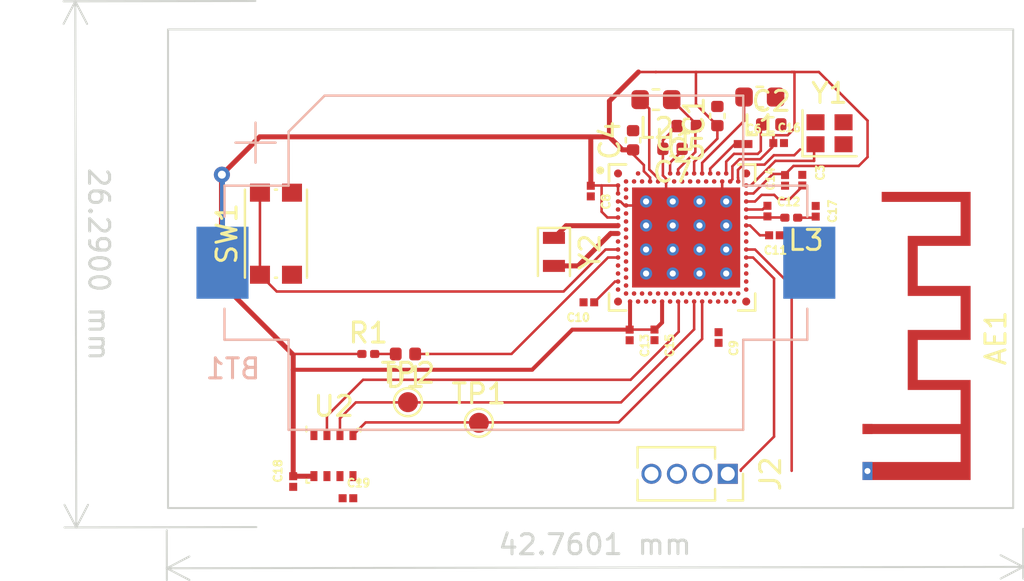
<source format=kicad_pcb>
(kicad_pcb (version 20221018) (generator pcbnew)
  (layers (0 "F.Cu" signal) (31 "B.Cu" power) (34 "B.Paste" user) (35 "F.Paste" user) (36 "B.SilkS" user "B.Silkscreen") (37 "F.SilkS" user "F.Silkscreen") (38 "B.Mask" user) (39 "F.Mask" user) (44 "Edge.Cuts" user))
  (net 0 "")
  (net 1 "VDD")
  (net 2 "GND")
  (net 3 "Net-(U1A-DECR)")
  (net 4 "Net-(U1A-DECD)")
  (net 5 "Net-(U1A-DECN)")
  (net 6 "Net-(U1A-DECA)")
  (net 7 "Net-(U1B-ANT)")
  (net 8 "Net-(AE1-A)")
  (net 9 "/P0.24")
  (net 10 "Net-(D1-A)")
  (net 11 "/SWDCLK")
  (net 12 "/SWDIO")
  (net 13 "Net-(U1A-DCC)")
  (net 14 "Net-(U1A-DCCD)")
  (net 15 "/P0.23")
  (net 16 "/CSB")
  (net 17 "/SDI_SDA")
  (net 18 "/SCK_SCL")
  (net 19 "/SDO")
  (net 20 "Net-(U1B-XC1)")
  (net 21 "Net-(U1B-XC2)")
  (net 22 "Net-(U1C-P0.00{slash}XL1)")
  (net 23 "Net-(U1C-P0.01{slash}XL2)")
  (net 47 "/P0.03")
  (net 75 "/P0.02")
  (footprint "NRF5340-QKAA-R7:XCVR_NRF5340-QKAA-R7" (layer "F.Cu") (at 116.13 90.74)
    (fp_text reference "U1" (at -0.375 -4.864) (layer "F.SilkS"))
    (fp_text value "NRF5340-QKAA-R7")
    (fp_line (start -3.65 -3.65) (end -3.65 -2.8) (stroke (width 0.127)) (layer "F.SilkS"))
    (fp_line (start -3.65 -3.65) (end -3.65 -2.8) (stroke (width 0.127)) (layer "F.SilkS"))
    (fp_line (start -3.65 2.8) (end -3.65 3.65) (stroke (width 0.127)) (layer "F.SilkS"))
    (fp_line (start -3.65 3.65) (end -2.8 3.65) (stroke (width 0.127)) (layer "F.SilkS"))
    (fp_line (start -2.8 -3.65) (end -3.65 -3.65) (stroke (width 0.127)) (layer "F.SilkS"))
    (fp_line (start -2.8 -3.65) (end -3.65 -3.65) (stroke (width 0.127)) (layer "F.SilkS"))
    (fp_line (start 2.8 3.65) (end 3.65 3.65) (stroke (width 0.127)) (layer "F.SilkS"))
    (fp_line (start 3.65 -3.65) (end 2.8 -3.65) (stroke (width 0.127)) (layer "F.SilkS"))
    (fp_line (start 3.65 -2.8) (end 3.65 -3.65) (stroke (width 0.127)) (layer "F.SilkS"))
    (fp_line (start 3.65 3.65) (end 3.65 2.8) (stroke (width 0.127)) (layer "F.SilkS"))
    (fp_circle (center -4.0894 -3.3528) (end -3.9894 -3.3528) (stroke (width 0.2)) (fill none) (layer "F.SilkS"))
    (pad "35" thru_hole circle (at -1.8 1.8) (size 0.61 0.61) (drill 0.305) (layers "*.Cu" "*.Mask") (net 2 "GND"))
    (pad "36" thru_hole circle (at -0.467 1.8) (size 0.61 0.61) (drill 0.305) (layers "*.Cu" "*.Mask") (net 2 "GND"))
    (pad "37" thru_hole circle (at 0.867 1.8) (size 0.61 0.61) (drill 0.305) (layers "*.Cu" "*.Mask") (net 2 "GND"))
    (pad "38" thru_hole circle (at 2.2 1.8) (size 0.61 0.61) (drill 0.305) (layers "*.Cu" "*.Mask") (net 2 "GND"))
    (pad "39" thru_hole circle (at -1.8 0.6) (size 0.61 0.61) (drill 0.305) (layers "*.Cu" "*.Mask") (net 2 "GND"))
    (pad "40" thru_hole circle (at -0.467 0.6) (size 0.61 0.61) (drill 0.305) (layers "*.Cu" "*.Mask") (net 2 "GND"))
    (pad "41" thru_hole circle (at 0.867 0.6) (size 0.61 0.61) (drill 0.305) (layers "*.Cu" "*.Mask") (net 2 "GND"))
    (pad "43" thru_hole circle (at 2.2 0.6) (size 0.61 0.61) (drill 0.305) (layers "*.Cu" "*.Mask") (net 2 "GND"))
    (pad "44" thru_hole circle (at -1.8 -0.6) (size 0.61 0.61) (drill 0.305) (layers "*.Cu" "*.Mask") (net 2 "GND"))
    (pad "45" thru_hole circle (at -0.467 -0.6) (size 0.61 0.61) (drill 0.305) (layers "*.Cu" "*.Mask") (net 2 "GND"))
    (pad "46" thru_hole circle (at 0.867 -0.6) (size 0.61 0.61) (drill 0.305) (layers "*.Cu" "*.Mask") (net 2 "GND"))
    (pad "47" thru_hole circle (at 2.2 -0.6) (size 0.61 0.61) (drill 0.305) (layers "*.Cu" "*.Mask") (net 2 "GND"))
    (pad "48" thru_hole circle (at -1.8 -1.8) (size 0.61 0.61) (drill 0.305) (layers "*.Cu" "*.Mask") (net 2 "GND"))
    (pad "49" thru_hole circle (at -0.467 -1.8) (size 0.61 0.61) (drill 0.305) (layers "*.Cu" "*.Mask") (net 2 "GND"))
    (pad "50" thru_hole circle (at 0.867 -1.8) (size 0.61 0.61) (drill 0.305) (layers "*.Cu" "*.Mask") (net 2 "GND"))
    (pad "51" thru_hole circle (at 2.2 -1.8) (size 0.61 0.61) (drill 0.305) (layers "*.Cu" "*.Mask") (net 2 "GND"))
    (pad "104" smd rect (at 0.2 0) (size 5.4 5) (layers "F.Cu" "F.Mask") (net 2 "GND"))
    (pad "A1" smd circle (at -3.2 -3.2) (size 0.4 0.4) (layers "F.Cu" "F.Mask"))
    (pad "A5" smd circle (at -2.2 -3.2) (size 0.225 0.225) (layers "F.Cu" "F.Mask") (net 2 "GND"))
    (pad "A13" smd circle (at -0.6 -3.2) (size 0.225 0.225) (layers "F.Cu" "F.Mask") (net 6 "Net-(U1A-DECA)"))
    (pad "A15" smd circle (at -0.2 -3.2) (size 0.225 0.225) (layers "F.Cu" "F.Mask") (net 4 "Net-(U1A-DECD)"))
    (pad "A17" smd circle (at 0.2 -3.2) (size 0.225 0.225) (layers "F.Cu" "F.Mask"))
    (pad "A19" smd circle (at 0.6 -3.2) (size 0.225 0.225) (layers "F.Cu" "F.Mask") (net 1 "VDD"))
    (pad "A21" smd circle (at 1 -3.2) (size 0.225 0.225) (layers "F.Cu" "F.Mask") (net 13 "Net-(U1A-DCC)"))
    (pad "A23" smd circle (at 1.4 -3.2) (size 0.225 0.225) (layers "F.Cu" "F.Mask") (net 5 "Net-(U1A-DECN)"))
    (pad "A25" smd circle (at 1.8 -3.2) (size 0.225 0.225) (layers "F.Cu" "F.Mask") (net 2 "GND"))
    (pad "A27" smd circle (at 2.2 -3.2) (size 0.225 0.225) (layers "F.Cu" "F.Mask") (net 3 "Net-(U1A-DECR)"))
    (pad "A31" smd circle (at 3.2 -3.2) (size 0.4 0.4) (layers "F.Cu" "F.Mask"))
    (pad "AA1" smd circle (at -3.2 1) (size 0.225 0.225) (layers "F.Cu" "F.Mask") (net 47 "/P0.03"))
    (pad "AA31" smd circle (at 3.2 1) (size 0.225 0.225) (layers "F.Cu" "F.Mask") (net 12 "/SWDIO"))
    (pad "AB2" smd circle (at -2.8 1.2) (size 0.225 0.225) (layers "F.Cu" "F.Mask"))
    (pad "AC1" smd circle (at -3.2 1.4) (size 0.225 0.225) (layers "F.Cu" "F.Mask") (net 1 "VDD"))
    (pad "AC31" smd circle (at 3.2 1.4) (size 0.225 0.225) (layers "F.Cu" "F.Mask"))
    (pad "AD2" smd circle (at -2.8 1.6) (size 0.225 0.225) (layers "F.Cu" "F.Mask"))
    (pad "AE1" smd circle (at -3.2 1.8) (size 0.225 0.225) (layers "F.Cu" "F.Mask"))
    (pad "AE31" smd circle (at 3.2 1.8) (size 0.225 0.225) (layers "F.Cu" "F.Mask"))
    (pad "AF2" smd circle (at -2.8 2) (size 0.225 0.225) (layers "F.Cu" "F.Mask"))
    (pad "AG1" smd circle (at -3.2 2.2) (size 0.225 0.225) (layers "F.Cu" "F.Mask") (net 1 "VDD"))
    (pad "AG31" smd circle (at 3.2 2.2) (size 0.225 0.225) (layers "F.Cu" "F.Mask"))
    (pad "AH2" smd circle (at -2.8 2.4) (size 0.225 0.225) (layers "F.Cu" "F.Mask"))
    (pad "AJ1" smd circle (at -3.2 2.6) (size 0.225 0.225) (layers "F.Cu" "F.Mask"))
    (pad "AJ31" smd circle (at 3.2 2.6) (size 0.225 0.225) (layers "F.Cu" "F.Mask") (net 1 "VDD"))
    (pad "AK2" smd circle (at -2.8 2.8) (size 0.225 0.225) (layers "F.Cu" "F.Mask"))
    (pad "AK4" smd circle (at -2.4 2.8) (size 0.225 0.225) (layers "F.Cu" "F.Mask"))
    (pad "AK6" smd circle (at -2 2.8) (size 0.225 0.225) (layers "F.Cu" "F.Mask"))
    (pad "AK8" smd circle (at -1.6 2.8) (size 0.225 0.225) (layers "F.Cu" "F.Mask"))
    (pad "AK10" smd circle (at -1.2 2.8) (size 0.225 0.225) (layers "F.Cu" "F.Mask"))
    (pad "AK12" smd circle (at -0.8 2.8) (size 0.225 0.225) (layers "F.Cu" "F.Mask"))
    (pad "AK14" smd circle (at -0.4 2.8) (size 0.225 0.225) (layers "F.Cu" "F.Mask"))
    (pad "AK16" smd circle (at 0 2.8) (size 0.225 0.225) (layers "F.Cu" "F.Mask"))
    (pad "AK18" smd circle (at 0.4 2.8) (size 0.225 0.225) (layers "F.Cu" "F.Mask"))
    (pad "AK20" smd circle (at 0.8 2.8) (size 0.225 0.225) (layers "F.Cu" "F.Mask") (net 15 "/P0.23"))
    (pad "AK22" smd circle (at 1.2 2.8) (size 0.225 0.225) (layers "F.Cu" "F.Mask"))
    (pad "AK24" smd circle (at 1.6 2.8) (size 0.225 0.225) (layers "F.Cu" "F.Mask"))
    (pad "AK26" smd circle (at 2 2.8) (size 0.225 0.225) (layers "F.Cu" "F.Mask"))
    (pad "AK28" smd circle (at 2.4 2.8) (size 0.225 0.225) (layers "F.Cu" "F.Mask"))
    (pad "AK30" smd circle (at 2.8 2.8) (size 0.225 0.225) (layers "F.Cu" "F.Mask"))
    (pad "AL1" smd circle (at -3.2 3.2) (size 0.4 0.4) (layers "F.Cu" "F.Mask"))
    (pad "AL3" smd circle (at -2.6 3.2) (size 0.225 0.225) (layers "F.Cu" "F.Mask") (net 1 "VDD"))
    (pad "AL5" smd circle (at -2.2 3.2) (size 0.225 0.225) (layers "F.Cu" "F.Mask"))
    (pad "AL7" smd circle (at -1.8 3.2) (size 0.225 0.225) (layers "F.Cu" "F.Mask") (net 1 "VDD"))
    (pad "AL9" smd circle (at -1.4 3.2) (size 0.225 0.225) (layers "F.Cu" "F.Mask"))
    (pad "AL11" smd circle (at -1 3.2) (size 0.225 0.225) (layers "F.Cu" "F.Mask") (net 1 "VDD"))
    (pad "AL13" smd circle (at -0.6 3.2) (size 0.225 0.225) (layers "F.Cu" "F.Mask") (net 19 "/SDO"))
    (pad "AL15" smd circle (at -0.2 3.2) (size 0.225 0.225) (layers "F.Cu" "F.Mask") (net 16 "/CSB"))
    (pad "AL17" smd circle (at 0.2 3.2) (size 0.225 0.225) (layers "F.Cu" "F.Mask") (net 1 "VDD"))
    (pad "AL19" smd circle (at 0.6 3.2) (size 0.225 0.225) (layers "F.Cu" "F.Mask") (net 17 "/SDI_SDA"))
    (pad "AL21" smd circle (at 1 3.2) (size 0.225 0.225) (layers "F.Cu" "F.Mask") (net 18 "/SCK_SCL"))
    (pad "AL23" smd circle (at 1.4 3.2) (size 0.225 0.225) (layers "F.Cu" "F.Mask"))
    (pad "AL25" smd circle (at 1.8 3.2) (size 0.225 0.225) (layers "F.Cu" "F.Mask") (net 1 "VDD"))
    (pad "AL27" smd circle (at 2.2 3.2) (size 0.225 0.225) (layers "F.Cu" "F.Mask") (net 9 "/P0.24"))
    (pad "AL29" smd circle (at 2.6 3.2) (size 0.225 0.225) (layers "F.Cu" "F.Mask"))
    (pad "AL31" smd circle (at 3.2 3.2) (size 0.4 0.4) (layers "F.Cu" "F.Mask"))
    (pad "B2" smd circle (at -2.8 -2.8) (size 0.225 0.225) (layers "F.Cu" "F.Mask"))
    (pad "B4" smd circle (at -2.4 -2.8) (size 0.225 0.225) (layers "F.Cu" "F.Mask"))
    (pad "B6" smd circle (at -2 -2.8) (size 0.225 0.225) (layers "F.Cu" "F.Mask"))
    (pad "B8" smd circle (at -1.6 -2.8) (size 0.225 0.225) (layers "F.Cu" "F.Mask") (net 1 "VDD"))
    (pad "B10" smd circle (at -1.2 -2.8) (size 0.225 0.225) (layers "F.Cu" "F.Mask") (net 14 "Net-(U1A-DCCD)"))
    (pad "B12" smd circle (at -0.8 -2.8) (size 0.225 0.225) (layers "F.Cu" "F.Mask") (net 2 "GND"))
    (pad "B14" smd circle (at -0.4 -2.8) (size 0.225 0.225) (layers "F.Cu" "F.Mask"))
    (pad "B16" smd circle (at 0 -2.8) (size 0.225 0.225) (layers "F.Cu" "F.Mask"))
    (pad "B18" smd circle (at 0.4 -2.8) (size 0.225 0.225) (layers "F.Cu" "F.Mask"))
    (pad "B20" smd circle (at 0.8 -2.8) (size 0.225 0.225) (layers "F.Cu" "F.Mask"))
    (pad "B22" smd circle (at 1.2 -2.8) (size 0.225 0.225) (layers "F.Cu" "F.Mask"))
    (pad "B24" smd circle (at 1.6 -2.8) (size 0.225 0.225) (layers "F.Cu" "F.Mask"))
    (pad "B26" smd circle (at 2 -2.8) (size 0.225 0.225) (layers "F.Cu" "F.Mask") (net 2 "GND"))
    (pad "B28" smd circle (at 2.4 -2.8) (size 0.225 0.225) (layers "F.Cu" "F.Mask") (net 1 "VDD"))
    (pad "B30" smd circle (at 2.8 -2.8) (size 0.225 0.225) (layers "F.Cu" "F.Mask") (net 21 "Net-(U1B-XC2)"))
    (pad "C1" smd circle (at -3.2 -2.6) (size 0.225 0.225) (layers "F.Cu" "F.Mask") (net 1 "VDD"))
    (pad "C31" smd circle (at 3.2 -2.6) (size 0.225 0.225) (layers "F.Cu" "F.Mask") (net 20 "Net-(U1B-XC1)"))
    (pad "D2" smd circle (at -2.8 -2.4) (size 0.225 0.225) (layers "F.Cu" "F.Mask"))
    (pad "E1" smd circle (at -3.2 -2.2) (size 0.225 0.225) (layers "F.Cu" "F.Mask") (net 1 "VDD"))
    (pad "E31" smd circle (at 3.2 -2.2) (size 0.225 0.225) (layers "F.Cu" "F.Mask") (net 1 "VDD"))
    (pad "F2" smd circle (at -2.8 -2) (size 0.225 0.225) (layers "F.Cu" "F.Mask"))
    (pad "G1" smd circle (at -3.2 -1.8) (size 0.225 0.225) (layers "F.Cu" "F.Mask") (net 2 "GND"))
    (pad "G31" smd circle (at 3.2 -1.8) (size 0.225 0.225) (layers "F.Cu" "F.Mask") (net 3 "Net-(U1A-DECR)"))
    (pad "H2" smd circle (at -2.8 -1.6) (size 0.225 0.225) (layers "F.Cu" "F.Mask") (net 2 "GND"))
    (pad "J1" smd circle (at -3.2 -1.4) (size 0.225 0.225) (layers "F.Cu" "F.Mask"))
    (pad "J31" smd circle (at 3.2 -1.4) (size 0.225 0.225) (layers "F.Cu" "F.Mask") (net 2 "GND"))
    (pad "K2" smd circle (at -2.8 -1.2) (size 0.225 0.225) (layers "F.Cu" "F.Mask"))
    (pad "L1" smd circle (at -3.2 -1) (size 0.225 0.225) (layers "F.Cu" "F.Mask") (net 1 "VDD"))
    (pad "L31" smd circle (at 3.2 -1) (size 0.225 0.225) (layers "F.Cu" "F.Mask") (net 7 "Net-(U1B-ANT)"))
    (pad "M2" smd circle (at -2.8 -0.8) (size 0.225 0.225) (layers "F.Cu" "F.Mask"))
    (pad "N1" smd circle (at -3.2 -0.6) (size 0.225 0.225) (layers "F.Cu" "F.Mask") (net 22 "Net-(U1C-P0.00{slash}XL1)"))
    (pad "N31" smd circle (at 3.2 -0.6) (size 0.225 0.225) (layers "F.Cu" "F.Mask") (net 1 "VDD"))
    (pad "P2" smd circle (at -2.8 -0.4) (size 0.225 0.225) (layers "F.Cu" "F.Mask"))
    (pad "R1" smd circle (at -3.2 -0.2) (size 0.225 0.225) (layers "F.Cu" "F.Mask") (net 23 "Net-(U1C-P0.01{slash}XL2)"))
    (pad "R31" smd circle (at 3.2 -0.2) (size 0.225 0.225) (layers "F.Cu" "F.Mask"))
    (pad "T2" smd circle (at -2.8 0) (size 0.225 0.225) (layers "F.Cu" "F.Mask"))
    (pad "U1" smd circle (at -3.2 0.2) (size 0.225 0.225) (layers "F.Cu" "F.Mask") (net 1 "VDD"))
    (pad "U31" smd circle (at 3.2 0.2) (size 0.225 0.225) (layers "F.Cu" "F.Mask"))
    (pad "V2" smd circle (at -2.8 0.4) (size 0.225 0.225) (layers "F.Cu" "F.Mask") (net 1 "VDD"))
    (pad "W1" smd circle (at -3.2 0.6) (size 0.225 0.225) (layers "F.Cu" "F.Mask") (net 75 "/P0.02"))
    (pad "W31" smd circle (at 3.2 0.6) (size 0.225 0.225) (layers "F.Cu" "F.Mask") (net 11 "/SWDCLK"))
    (pad "Y2" smd circle (at -2.8 0.8) (size 0.225 0.225) (layers "F.Cu" "F.Mask"))
  )
  (footprint "GRM033R71C301JA01D:CAPC0603X33N" (layer "F.Cu") (at 120.74 90.63)
    (fp_text reference "C11" (at 0.05 0.75) (layer "F.SilkS") (effects (font (size 0.393701 0.393701))))
    (fp_text value "100nF")
    (pad "1" smd rect (at -0.266 0) (size 0.4 0.4) (layers "F.Cu" "F.Paste" "F.Mask") (net 1 "VDD"))
    (pad "2" smd rect (at 0.266 0) (size 0.4 0.4) (layers "F.Cu" "F.Paste" "F.Mask") (net 2 "GND"))
  )
  (footprint "Capacitor_SMD:C_0402_1005Metric" (layer "F.Cu") (at 120.58 85.09)
    (fp_text reference "C2" (at 0 -1.16) (layer "F.SilkS"))
    (fp_text value "1uF")
    (fp_line (start -0.107836 -0.36) (end 0.107836 -0.36) (stroke (width 0.12)) (layer "F.SilkS"))
    (fp_line (start -0.107836 0.36) (end 0.107836 0.36) (stroke (width 0.12)) (layer "F.SilkS"))
    (pad "1" smd roundrect (at -0.48 0) (size 0.56 0.62) (layers "F.Cu" "F.Paste" "F.Mask") (net 3 "Net-(U1A-DECR)"))
    (pad "2" smd roundrect (at 0.48 0) (size 0.56 0.62) (layers "F.Cu" "F.Paste" "F.Mask") (net 2 "GND"))
  )
  (footprint "GRM033R71C301JA01D:CAPC0603X33N" (layer "F.Cu") (at 113.51 95.61 -90)
    (fp_text reference "C13" (at 0.53 -0.76 -90) (layer "F.SilkS") (effects (font (size 0.393701 0.393701))))
    (fp_text value "100nF")
    (pad "1" smd rect (at -0.266 0 270) (size 0.4 0.4) (layers "F.Cu" "F.Paste" "F.Mask") (net 1 "VDD"))
    (pad "2" smd rect (at 0.266 0 270) (size 0.4 0.4) (layers "F.Cu" "F.Paste" "F.Mask") (net 2 "GND"))
  )
  (footprint "Capacitor_SMD:C_0402_1005Metric" (layer "F.Cu") (at 116.36 85.17 180)
    (fp_text reference "C5" (at 0 -1.16) (layer "F.SilkS"))
    (fp_text value "1.0uF")
    (fp_line (start -0.107836 -0.36) (end 0.107836 -0.36) (stroke (width 0.12)) (layer "F.SilkS"))
    (fp_line (start -0.107836 0.36) (end 0.107836 0.36) (stroke (width 0.12)) (layer "F.SilkS"))
    (pad "1" smd roundrect (at -0.48 0 180) (size 0.56 0.62) (layers "F.Cu" "F.Paste" "F.Mask") (net 4 "Net-(U1A-DECD)"))
    (pad "2" smd roundrect (at 0.48 0 180) (size 0.56 0.62) (layers "F.Cu" "F.Paste" "F.Mask") (net 2 "GND"))
  )
  (footprint "GRM033R71C301JA01D:CAPC0603X33N" (layer "F.Cu") (at 120.39 89.42 90)
    (fp_text reference "C12" (at 0.46 1.06 180) (layer "F.SilkS") (effects (font (size 0.393701 0.393701))))
    (fp_text value "0.7pF")
    (pad "1" smd rect (at -0.266 0 90) (size 0.4 0.4) (layers "F.Cu" "F.Paste" "F.Mask") (net 7 "Net-(U1B-ANT)"))
    (pad "2" smd rect (at 0.266 0 90) (size 0.4 0.4) (layers "F.Cu" "F.Paste" "F.Mask") (net 2 "GND"))
  )
  (footprint "Inductor_SMD:L_0603_1608Metric" (layer "F.Cu") (at 114.8225 83.85 180)
    (fp_text reference "L2" (at 0 -1.43 180) (layer "F.SilkS"))
    (fp_text value "10uH")
    (fp_line (start -0.162779 -0.51) (end 0.162779 -0.51) (stroke (width 0.12)) (layer "F.SilkS"))
    (fp_line (start -0.162779 0.51) (end 0.162779 0.51) (stroke (width 0.12)) (layer "F.SilkS"))
    (pad "1" smd roundrect (at -0.7875 0 180) (size 0.875 0.95) (layers "F.Cu" "F.Paste" "F.Mask") (net 4 "Net-(U1A-DECD)"))
    (pad "2" smd roundrect (at 0.7875 0 180) (size 0.875 0.95) (layers "F.Cu" "F.Paste" "F.Mask") (net 14 "Net-(U1A-DCCD)"))
  )
  (footprint "TestPoint:TestPoint_Pad_D1.0mm" (layer "F.Cu") (at 105.98 100)
    (fp_text reference "TP1" (at 0 -1.448) (layer "F.SilkS"))
    (fp_text value "TestPoint")
    (fp_circle (center 0 0) (end 0 0.7) (stroke (width 0.12)) (fill none) (layer "F.SilkS"))
    (pad "1" smd circle (at 0 0) (size 1 1) (layers "F.Cu" "F.Mask") (net 18 "/SCK_SCL"))
  )
  (footprint "GRM033R71C301JA01D:CAPC0603X33N" (layer "F.Cu") (at 96.71 102.936 90)
    (fp_text reference "C18" (at 0.53 -0.76 90) (layer "F.SilkS") (effects (font (size 0.393701 0.393701))))
    (fp_text value "100nF")
    (pad "1" smd rect (at -0.266 0 90) (size 0.4 0.4) (layers "F.Cu" "F.Paste" "F.Mask") (net 2 "GND"))
    (pad "2" smd rect (at 0.266 0 90) (size 0.4 0.4) (layers "F.Cu" "F.Paste" "F.Mask") (net 1 "VDD"))
  )
  (footprint "Button_Switch_SMD:SW_Push_1P1T_NO_CK_KMR2" (layer "F.Cu") (at 95.85 90.55 90)
    (fp_text reference "SW1" (at 0 -2.45 90) (layer "F.SilkS"))
    (fp_text value "SW_Push")
    (fp_line (start -2.2 0.05) (end -2.2 -0.05) (stroke (width 0.12)) (layer "F.SilkS"))
    (fp_line (start -2.2 1.55) (end 2.2 1.55) (stroke (width 0.12)) (layer "F.SilkS"))
    (fp_line (start 2.2 -1.55) (end -2.2 -1.55) (stroke (width 0.12)) (layer "F.SilkS"))
    (fp_line (start 2.2 0.05) (end 2.2 -0.05) (stroke (width 0.12)) (layer "F.SilkS"))
    (pad "1" smd rect (at -2.05 -0.8 90) (size 0.9 1) (layers "F.Cu" "F.Paste" "F.Mask") (net 75 "/P0.02"))
    (pad "1" smd rect (at 2.05 -0.8 90) (size 0.9 1) (layers "F.Cu" "F.Paste" "F.Mask") (net 75 "/P0.02"))
    (pad "2" smd rect (at -2.05 0.8 90) (size 0.9 1) (layers "F.Cu" "F.Paste" "F.Mask") (net 2 "GND"))
    (pad "2" smd rect (at 2.05 0.8 90) (size 0.9 1) (layers "F.Cu" "F.Paste" "F.Mask") (net 2 "GND"))
  )
  (footprint "Connector_PinSocket_1.27mm:PinSocket_1x04_P1.27mm_Vertical" (layer "F.Cu") (at 118.41 102.55 -90)
    (fp_text reference "J2" (at 0 -2.135 -90) (layer "F.SilkS"))
    (fp_text value "Conn_01x04")
    (fp_line (start -1.33 0.635) (end -1.33 4.505) (stroke (width 0.12)) (layer "F.SilkS"))
    (fp_line (start -1.33 0.635) (end -0.76 0.635) (stroke (width 0.12)) (layer "F.SilkS"))
    (fp_line (start -1.33 4.505) (end -0.30753 4.505) (stroke (width 0.12)) (layer "F.SilkS"))
    (fp_line (start 0 -0.76) (end 1.33 -0.76) (stroke (width 0.12)) (layer "F.SilkS"))
    (fp_line (start 0.30753 4.505) (end 1.33 4.505) (stroke (width 0.12)) (layer "F.SilkS"))
    (fp_line (start 0.76 0.635) (end 1.33 0.635) (stroke (width 0.12)) (layer "F.SilkS"))
    (fp_line (start 1.33 -0.76) (end 1.33 0) (stroke (width 0.12)) (layer "F.SilkS"))
    (fp_line (start 1.33 0.635) (end 1.33 4.505) (stroke (width 0.12)) (layer "F.SilkS"))
    (pad "1" thru_hole rect (at 0 0 270) (size 1 1) (drill 0.7) (layers "*.Cu" "*.Mask") (net 11 "/SWDCLK"))
    (pad "2" thru_hole oval (at 0 1.27 270) (size 1 1) (drill 0.7) (layers "*.Cu" "*.Mask") (net 12 "/SWDIO"))
    (pad "3" thru_hole oval (at 0 2.54 270) (size 1 1) (drill 0.7) (layers "*.Cu" "*.Mask") (net 1 "VDD"))
    (pad "4" thru_hole oval (at 0 3.81 270) (size 1 1) (drill 0.7) (layers "*.Cu" "*.Mask") (net 2 "GND"))
  )
  (footprint "Inductor_SMD:L_0603_1608Metric" (layer "F.Cu") (at 120.01 83.72 180)
    (fp_text reference "L1" (at 0 -1.43 180) (layer "F.SilkS"))
    (fp_text value "10uH")
    (fp_line (start -0.162779 -0.51) (end 0.162779 -0.51) (stroke (width 0.12)) (layer "F.SilkS"))
    (fp_line (start -0.162779 0.51) (end 0.162779 0.51) (stroke (width 0.12)) (layer "F.SilkS"))
    (pad "1" smd roundrect (at -0.7875 0 180) (size 0.875 0.95) (layers "F.Cu" "F.Paste" "F.Mask") (net 3 "Net-(U1A-DECR)"))
    (pad "2" smd roundrect (at 0.7875 0 180) (size 0.875 0.95) (layers "F.Cu" "F.Paste" "F.Mask") (net 13 "Net-(U1A-DCC)"))
  )
  (footprint "TestPoint:TestPoint_Pad_D1.0mm" (layer "F.Cu") (at 102.44 98.97)
    (fp_text reference "TP2" (at 0 -1.448) (layer "F.SilkS"))
    (fp_text value "TestPoint")
    (fp_circle (center 0 0) (end 0 0.7) (stroke (width 0.12)) (fill none) (layer "F.SilkS"))
    (pad "1" smd circle (at 0 0) (size 1 1) (layers "F.Cu" "F.Mask") (net 17 "/SDI_SDA"))
  )
  (footprint "GRM033R71C301JA01D:CAPC0603X33N" (layer "F.Cu") (at 99.444 103.77)
    (fp_text reference "C19" (at 0.53 -0.76) (layer "F.SilkS") (effects (font (size 0.393701 0.393701))))
    (fp_text value "100nF")
    (pad "1" smd rect (at -0.266 0) (size 0.4 0.4) (layers "F.Cu" "F.Paste" "F.Mask") (net 1 "VDD"))
    (pad "2" smd rect (at 0.266 0) (size 0.4 0.4) (layers "F.Cu" "F.Paste" "F.Mask") (net 2 "GND"))
  )
  (footprint "GRM033R71C301JA01D:CAPC0603X33N" (layer "F.Cu") (at 114.75 95.606 -90)
    (fp_text reference "C15" (at 0.53 -0.76 -90) (layer "F.SilkS") (effects (font (size 0.393701 0.393701))))
    (fp_text value "100nF")
    (pad "1" smd rect (at -0.266 0 270) (size 0.4 0.4) (layers "F.Cu" "F.Paste" "F.Mask") (net 1 "VDD"))
    (pad "2" smd rect (at 0.266 0 270) (size 0.4 0.4) (layers "F.Cu" "F.Paste" "F.Mask") (net 2 "GND"))
  )
  (footprint "GRM033R71C301JA01D:CAPC0603X33N" (layer "F.Cu") (at 122.8 89.43 90)
    (fp_text reference "C17" (at 0 0.84 90) (layer "F.SilkS") (effects (font (size 0.393701 0.393701))))
    (fp_text value "N.C")
    (pad "1" smd rect (at -0.266 0 90) (size 0.4 0.4) (layers "F.Cu" "F.Paste" "F.Mask") (net 8 "Net-(AE1-A)"))
    (pad "2" smd rect (at 0.266 0 90) (size 0.4 0.4) (layers "F.Cu" "F.Paste" "F.Mask") (net 2 "GND"))
  )
  (footprint "Package_LGA:Bosch_LGA-8_2.5x2.5mm_P0.65mm_ClockwisePinNumbering" (layer "F.Cu") (at 98.72 101.64)
    (fp_text reference "U2" (at 0.015 -2.465) (layer "F.SilkS"))
    (fp_text value "BME280")
    (fp_line (start -1.35 -1.2) (end -1.35 -1.45) (stroke (width 0.1)) (layer "F.SilkS"))
    (fp_line (start -1.35 1.35) (end -1.35 1.2) (stroke (width 0.1)) (layer "F.SilkS"))
    (fp_line (start -1.35 1.36) (end -1.2 1.36) (stroke (width 0.1)) (layer "F.SilkS"))
    (fp_line (start 1.2 -1.35) (end 1.35 -1.35) (stroke (width 0.1)) (layer "F.SilkS"))
    (fp_line (start 1.35 -1.35) (end 1.35 -1.2) (stroke (width 0.1)) (layer "F.SilkS"))
    (fp_line (start 1.35 1.35) (end 1.2 1.35) (stroke (width 0.1)) (layer "F.SilkS"))
    (fp_line (start 1.35 1.35) (end 1.35 1.2) (stroke (width 0.1)) (layer "F.SilkS"))
    (pad "1" smd rect (at -0.975 -1.025 90) (size 0.5 0.35) (layers "F.Cu" "F.Paste" "F.Mask") (net 2 "GND"))
    (pad "2" smd rect (at -0.325 -1.025 90) (size 0.5 0.35) (layers "F.Cu" "F.Paste" "F.Mask") (net 16 "/CSB"))
    (pad "3" smd rect (at 0.325 -1.025 90) (size 0.5 0.35) (layers "F.Cu" "F.Paste" "F.Mask") (net 17 "/SDI_SDA"))
    (pad "4" smd rect (at 0.975 -1.025 90) (size 0.5 0.35) (layers "F.Cu" "F.Paste" "F.Mask") (net 18 "/SCK_SCL"))
    (pad "5" smd rect (at 0.975 1.025 90) (size 0.5 0.35) (layers "F.Cu" "F.Paste" "F.Mask") (net 19 "/SDO"))
    (pad "6" smd rect (at 0.325 1.025 90) (size 0.5 0.35) (layers "F.Cu" "F.Paste" "F.Mask") (net 1 "VDD"))
    (pad "7" smd rect (at -0.325 1.025 90) (size 0.5 0.35) (layers "F.Cu" "F.Paste" "F.Mask") (net 2 "GND"))
    (pad "8" smd rect (at -0.975 1.025 90) (size 0.5 0.35) (layers "F.Cu" "F.Paste" "F.Mask") (net 1 "VDD"))
  )
  (footprint "Crystal:Crystal_SMD_2012-2Pin_2.0x1.2mm" (layer "F.Cu") (at 109.73 91.46 -90)
    (fp_text reference "Y2" (at 0 -1.8 90) (layer "F.SilkS"))
    (fp_text value "32.768kHz")
    (fp_line (start -1.2 -0.8) (end -1.2 0.8) (stroke (width 0.12)) (layer "F.SilkS"))
    (fp_line (start -1.2 0.8) (end 1.2 0.8) (stroke (width 0.12)) (layer "F.SilkS"))
    (fp_line (start 1.2 -0.8) (end -1.2 -0.8) (stroke (width 0.12)) (layer "F.SilkS"))
    (pad "1" smd rect (at -0.7 0 270) (size 0.6 1.1) (layers "F.Cu" "F.Paste" "F.Mask") (net 22 "Net-(U1C-P0.00{slash}XL1)"))
    (pad "2" smd rect (at 0.7 0 270) (size 0.6 1.1) (layers "F.Cu" "F.Paste" "F.Mask") (net 23 "Net-(U1C-P0.01{slash}XL2)"))
  )
  (footprint "Capacitor_SMD:C_0402_1005Metric" (layer "F.Cu") (at 113.68 85.88 90)
    (fp_text reference "C4" (at 0 -1.16 90) (layer "F.SilkS"))
    (fp_text value "1uF")
    (fp_line (start -0.107836 -0.36) (end 0.107836 -0.36) (stroke (width 0.12)) (layer "F.SilkS"))
    (fp_line (start -0.107836 0.36) (end 0.107836 0.36) (stroke (width 0.12)) (layer "F.SilkS"))
    (pad "1" smd roundrect (at -0.48 0 90) (size 0.56 0.62) (layers "F.Cu" "F.Paste" "F.Mask") (net 1 "VDD"))
    (pad "2" smd roundrect (at 0.48 0 90) (size 0.56 0.62) (layers "F.Cu" "F.Paste" "F.Mask") (net 2 "GND"))
  )
  (footprint "GRM033R71C301JA01D:CAPC0603X33N" (layer "F.Cu") (at 111.474 93.98 180)
    (fp_text reference "C10" (at 0.53 -0.76 180) (layer "F.SilkS") (effects (font (size 0.393701 0.393701))))
    (fp_text value "100nF")
    (pad "1" smd rect (at -0.266 0 180) (size 0.4 0.4) (layers "F.Cu" "F.Paste" "F.Mask") (net 1 "VDD"))
    (pad "2" smd rect (at 0.266 0 180) (size 0.4 0.4) (layers "F.Cu" "F.Paste" "F.Mask") (net 2 "GND"))
  )
  (footprint "GRM033R71C301JA01D:CAPC0603X33N" (layer "F.Cu") (at 121.27 87.885 -90)
    (fp_text reference "C14" (at -0.075 0.73 -90) (layer "F.SilkS") (effects (font (size 0.393701 0.393701))))
    (fp_text value "100nF")
    (pad "1" smd rect (at -0.266 0 270) (size 0.4 0.4) (layers "F.Cu" "F.Paste" "F.Mask") (net 1 "VDD"))
    (pad "2" smd rect (at 0.266 0 270) (size 0.4 0.4) (layers "F.Cu" "F.Paste" "F.Mask") (net 2 "GND"))
  )
  (footprint "GRM033R71C301JA01D:CAPC0603X33N" (layer "F.Cu") (at 117.95 95.74 -90)
    (fp_text reference "C9" (at 0.53 -0.76 -90) (layer "F.SilkS") (effects (font (size 0.393701 0.393701))))
    (fp_text value "100nF")
    (pad "1" smd rect (at -0.266 0 270) (size 0.4 0.4) (layers "F.Cu" "F.Paste" "F.Mask") (net 1 "VDD"))
    (pad "2" smd rect (at 0.266 0 270) (size 0.4 0.4) (layers "F.Cu" "F.Paste" "F.Mask") (net 2 "GND"))
  )
  (footprint "LED_SMD:LED_0402_1005Metric" (layer "F.Cu") (at 102.315 96.56 180)
    (fp_text reference "D1" (at 0 -1.17) (layer "F.SilkS"))
    (fp_text value "LED")
    (fp_circle (center -1.09 0) (end -1.04 0) (stroke (width 0.1)) (fill none) (layer "F.SilkS"))
    (pad "1" smd roundrect (at -0.485 0 180) (size 0.59 0.64) (layers "F.Cu" "F.Paste" "F.Mask") (net 47 "/P0.03"))
    (pad "2" smd roundrect (at 0.485 0 180) (size 0.59 0.64) (layers "F.Cu" "F.Paste" "F.Mask") (net 10 "Net-(D1-A)"))
  )
  (footprint "GRM033R71C301JA01D:CAPC0603X33N" (layer "F.Cu") (at 119.175 86.07)
    (fp_text reference "C6" (at 0.53 -0.76) (layer "F.SilkS") (effects (font (size 0.393701 0.393701))))
    (fp_text value "100nF")
    (pad "1" smd rect (at -0.266 0) (size 0.4 0.4) (layers "F.Cu" "F.Paste" "F.Mask") (net 5 "Net-(U1A-DECN)"))
    (pad "2" smd rect (at 0.266 0) (size 0.4 0.4) (layers "F.Cu" "F.Paste" "F.Mask") (net 2 "GND"))
  )
  (footprint "Crystal:Crystal_SMD_2016-4Pin_2.0x1.6mm" (layer "F.Cu") (at 123.49 85.53)
    (fp_text reference "Y1" (at 0 -2) (layer "F.SilkS"))
    (fp_text value "32MHz")
    (fp_line (start -1.35 -1.15) (end -1.35 1.15) (stroke (width 0.12)) (layer "F.SilkS"))
    (fp_line (start -1.35 1.15) (end 1.35 1.15) (stroke (width 0.12)) (layer "F.SilkS"))
    (pad "1" smd rect (at -0.7 0.55) (size 0.9 0.8) (layers "F.Cu" "F.Paste" "F.Mask") (net 20 "Net-(U1B-XC1)"))
    (pad "2" smd rect (at 0.7 0.55) (size 0.9 0.8) (layers "F.Cu" "F.Paste" "F.Mask") (net 21 "Net-(U1B-XC2)"))
    (pad "3" smd rect (at 0.7 -0.55) (size 0.9 0.8) (layers "F.Cu" "F.Paste" "F.Mask"))
    (pad "4" smd rect (at -0.7 -0.55) (size 0.9 0.8) (layers "F.Cu" "F.Paste" "F.Mask"))
  )
  (footprint "Resistor_SMD:R_0201_0603Metric" (layer "F.Cu") (at 100.46 96.56)
    (fp_text reference "R1" (at 0 -1.05) (layer "F.SilkS"))
    (fp_text value "220R")
    (pad "1" smd roundrect (at -0.32 0) (size 0.46 0.4) (layers "F.Cu" "F.Mask") (net 1 "VDD"))
    (pad "2" smd roundrect (at 0.32 0) (size 0.46 0.4) (layers "F.Cu" "F.Mask") (net 10 "Net-(D1-A)"))
  )
  (footprint "Inductor_SMD:L_0201_0603Metric" (layer "F.Cu") (at 121.58 89.75)
    (fp_text reference "L3" (at 0.73 1.13) (layer "F.SilkS"))
    (fp_text value "2.2nH")
    (pad "1" smd roundrect (at -0.32 0) (size 0.46 0.4) (layers "F.Cu" "F.Mask") (net 7 "Net-(U1B-ANT)"))
    (pad "2" smd roundrect (at 0.32 0) (size 0.46 0.4) (layers "F.Cu" "F.Mask") (net 8 "Net-(AE1-A)"))
  )
  (footprint "Capacitor_SMD:C_0402_1005Metric" (layer "F.Cu") (at 115.65 86.31 180)
    (fp_text reference "C7" (at 0 -1.16) (layer "F.SilkS"))
    (fp_text value "1.0uF")
    (fp_line (start -0.107836 -0.36) (end 0.107836 -0.36) (stroke (width 0.12)) (layer "F.SilkS"))
    (fp_line (start -0.107836 0.36) (end 0.107836 0.36) (stroke (width 0.12)) (layer "F.SilkS"))
    (pad "1" smd roundrect (at -0.48 0 180) (size 0.56 0.62) (layers "F.Cu" "F.Paste" "F.Mask") (net 6 "Net-(U1A-DECA)"))
    (pad "2" smd roundrect (at 0.48 0 180) (size 0.56 0.62) (layers "F.Cu" "F.Paste" "F.Mask") (net 2 "GND"))
  )
  (footprint "GRM033R71C301JA01D:CAPC0603X33N" (layer "F.Cu") (at 122.13 87.875 90)
    (fp_text reference "C3" (at 0.375 0.9 90) (layer "F.SilkS") (effects (font (size 0.393701 0.393701))))
    (fp_text value "2.2nF")
    (pad "1" smd rect (at -0.266 0 90) (size 0.4 0.4) (layers "F.Cu" "F.Paste" "F.Mask") (net 3 "Net-(U1A-DECR)"))
    (pad "2" smd rect (at 0.266 0 90) (size 0.4 0.4) (layers "F.Cu" "F.Paste" "F.Mask") (net 2 "GND"))
  )
  (footprint "RF_Antenna:Texas_SWRA117D_2.4GHz_Left" (layer "F.Cu") (at 125.385 100.31 -90)
    (fp_text reference "AE1" (at -4.55 -6.41 -90) (layer "F.SilkS"))
    (fp_text value "Antenna")
    (fp_poly (pts (xy -2.45 -2.51) (xy -4.45 -2.51) (xy -4.45 -5.15) (xy -7.15 -5.15) (xy -7.15 -2.51) (xy -9.15 -2.51) (xy -9.15 -5.15) (xy -11.85 -5.15) (xy -11.85 -0.71) (xy -11.35 -0.71) (xy -11.35 -4.65) (xy -9.65 -4.65) (xy -9.65 -2.01) (xy -6.65 -2.01) (xy -6.65 -4.65) (xy -4.95 -4.65) (xy -4.95 -2.01) (xy -1.95 -2.01) (xy -1.95 -4.65) (xy -0.25 -4.65) (xy -0.25 0.25) (xy 0.25 0.25) (xy 0.25 -4.65) (xy 1.65 -4.65) (xy 1.65 0.25) (xy 2.55 0.25) (xy 2.55 0.006785) (xy 2.247583 0.006785) (xy 2.237742 0.054395) (xy 2.213674 0.096797) (xy 2.175731 0.129581) (xy 2.167819 0.133935) (xy 2.125156 0.146043) (xy 2.076637 0.1453) (xy 2.031122 0.1324) (xy 2.012511 0.121787) (xy 1.978868 0.086553) (xy 1.958309 0.041368) (xy 1.951778 -0.008158) (xy 1.960218 -0.056417) (xy 1.977112 -0.088643) (xy 2.012372 -0.121313) (xy 2.057682 -0.141408) (xy 2.107267 -0.147982) (xy 2.155353 -0.140092) (xy 2.188245 -0.123186) (xy 2.223185 -0.086416) (xy 2.242847 -0.041622) (xy 2.247583 0.006785) (xy 2.55 0.006785) (xy 2.55 -5.15) (xy -2.45 -5.15) (xy -2.45 -2.51)) (fill solid) (layer "F.Cu"))
    (pad "1" connect rect (at 0 0 270) (size 0.5 0.5) (layers "F.Cu") (net 8 "Net-(AE1-A)"))
    (pad "2" thru_hole rect (at 2.1 0 270) (size 0.9 0.5) (drill 0.3) (layers "*.Cu"))
  )
  (footprint "GRM033R71C301JA01D:CAPC0603X33N" (layer "F.Cu") (at 120.95 86.02)
    (fp_text reference "C16" (at 0.53 -0.76) (layer "F.SilkS") (effects (font (size 0.393701 0.393701))))
    (fp_text value "100nF")
    (pad "1" smd rect (at -0.266 0) (size 0.4 0.4) (layers "F.Cu" "F.Paste" "F.Mask") (net 1 "VDD"))
    (pad "2" smd rect (at 0.266 0) (size 0.4 0.4) (layers "F.Cu" "F.Paste" "F.Mask") (net 2 "GND"))
  )
  (footprint "Capacitor_SMD:C_0402_1005Metric" (layer "F.Cu") (at 117.89 84.67 90)
    (fp_text reference "C1" (at 0 -1.16 90) (layer "F.SilkS"))
    (fp_text value "1uF")
    (fp_line (start -0.107836 -0.36) (end 0.107836 -0.36) (stroke (width 0.12)) (layer "F.SilkS"))
    (fp_line (start -0.107836 0.36) (end 0.107836 0.36) (stroke (width 0.12)) (layer "F.SilkS"))
    (pad "1" smd roundrect (at -0.48 0 90) (size 0.56 0.62) (layers "F.Cu" "F.Paste" "F.Mask") (net 1 "VDD"))
    (pad "2" smd roundrect (at 0.48 0 90) (size 0.56 0.62) (layers "F.Cu" "F.Paste" "F.Mask") (net 2 "GND"))
  )
  (footprint "GRM033R71C301JA01D:CAPC0603X33N" (layer "F.Cu") (at 111.57 88.42 -90)
    (fp_text reference "C8" (at 0.53 -0.76 -90) (layer "F.SilkS") (effects (font (size 0.393701 0.393701))))
    (fp_text value "100nF")
    (pad "1" smd rect (at -0.266 0 270) (size 0.4 0.4) (layers "F.Cu" "F.Paste" "F.Mask") (net 1 "VDD"))
    (pad "2" smd rect (at 0.266 0 270) (size 0.4 0.4) (layers "F.Cu" "F.Paste" "F.Mask") (net 2 "GND"))
  )
  (footprint "Battery:BatteryHolder_Keystone_1060_1x2032" (layer "B.Cu") (at 107.83 92)
    (fp_text reference "BT1" (at -14.125 5.3) (layer "B.SilkS") (effects (justify mirror)))
    (fp_text value "Battery_Cell")
    (fp_line (start -14.55 -3.85) (end -14.55 -2.3) (stroke (width 0.12)) (layer "B.SilkS"))
    (fp_line (start -14.55 3.85) (end -14.55 2.3) (stroke (width 0.12)) (layer "B.SilkS"))
    (fp_line (start -13 -5) (end -13 -7) (stroke (width 0.12)) (layer "B.SilkS"))
    (fp_line (start -12 -6) (end -14 -6) (stroke (width 0.12)) (layer "B.SilkS"))
    (fp_line (start -11.35 -6.55) (end -11.35 -3.85) (stroke (width 0.12)) (layer "B.SilkS"))
    (fp_line (start -11.35 -3.85) (end -14.55 -3.85) (stroke (width 0.12)) (layer "B.SilkS"))
    (fp_line (start -11.35 3.85) (end -14.55 3.85) (stroke (width 0.12)) (layer "B.SilkS"))
    (fp_line (start -11.35 8.35) (end -11.35 3.85) (stroke (width 0.12)) (layer "B.SilkS"))
    (fp_line (start -11.35 8.35) (end 11.35 8.35) (stroke (width 0.12)) (layer "B.SilkS"))
    (fp_line (start -9.55 -8.35) (end -11.35 -6.55) (stroke (width 0.12)) (layer "B.SilkS"))
    (fp_line (start 11.35 -8.35) (end -9.55 -8.35) (stroke (width 0.12)) (layer "B.SilkS"))
    (fp_line (start 11.35 -8.35) (end 11.35 -3.85) (stroke (width 0.12)) (layer "B.SilkS"))
    (fp_line (start 11.35 -3.85) (end 14.55 -3.85) (stroke (width 0.12)) (layer "B.SilkS"))
    (fp_line (start 11.35 3.85) (end 14.55 3.85) (stroke (width 0.12)) (layer "B.SilkS"))
    (fp_line (start 11.35 8.35) (end 11.35 3.85) (stroke (width 0.12)) (layer "B.SilkS"))
    (fp_line (start 14.55 -3.85) (end 14.55 -2.3) (stroke (width 0.12)) (layer "B.SilkS"))
    (fp_line (start 14.55 3.85) (end 14.55 2.3) (stroke (width 0.12)) (layer "B.SilkS"))
    (pad "1" smd rect (at -14.65 0 180) (size 2.6 3.6) (layers "B.Cu" "B.Paste" "B.Mask") (net 1 "VDD"))
    (pad "2" smd rect (at 14.65 0 180) (size 2.6 3.6) (layers "B.Cu" "B.Paste" "B.Mask") (net 2 "GND"))
  )
  (gr_rect (start 90.46 80.34) (end 132.66 104.26) (stroke (width 0.1)) (fill none) (layer "Edge.Cuts"))
  (dimension (type aligned) (layer "Edge.Cuts") (pts (xy 95.37 105.21) (xy 95.32 78.92)) (height -9.49) (gr_text "26,2900 mm" (at 87.005015 92.080862 -89.89103136) (layer "Edge.Cuts") (effects (font (size 1 1) (thickness 0.15)))) (format (prefix "") (suffix "") (units 3) (units_format 1) (precision 4)) (style (thickness 0.1) (arrow_length 1.27) (text_position_mode 0) (extension_height 0.58642) (extension_offset 0.5) keep_text_aligned))
  (dimension (type aligned) (layer "Edge.Cuts") (pts (xy 90.396071 104.870003) (xy 133.156071 104.800003)) (height 2.4) (gr_text "42,7601 mm" (at 111.778117 106.085002 0.09379562636) (layer "Edge.Cuts") (effects (font (size 1 1) (thickness 0.15)))) (format (prefix "") (suffix "") (units 3) (units_format 1) (precision 4)) (style (thickness 0.1) (arrow_length 1.27) (text_position_mode 0) (extension_height 0.58642) (extension_offset 0.5) keep_text_aligned))
  (segment (start 97.745 102.665) (end 97.74 102.67) (width 0.25) (layer "F.Cu") (net 1))
  (segment (start 121.4 85.63) (end 121.49 85.54) (width 0.127) (layer "F.Cu") (net 1))
  (segment (start 113.53 93.94) (end 113.53 95.184) (width 0.2) (layer "F.Cu") (net 1))
  (segment (start 112.5 83.92) (end 112.5 85.71) (width 0.25) (layer "F.Cu") (net 1))
  (segment (start 120.73 85.63) (end 121.4 85.63) (width 0.127) (layer "F.Cu") (net 1))
  (segment (start 111.57 88.154) (end 111.57 85.73) (width 0.25) (layer "F.Cu") (net 1))
  (segment (start 113.37 95.344) (end 110.646 95.344) (width 0.2) (layer "F.Cu") (net 1))
  (segment (start 120.684 86.02) (end 120.684 85.676) (width 0.127) (layer "F.Cu") (net 1))
  (segment (start 113.68 86.58) (end 113.68 86.36) (width 0.127) (layer "F.Cu") (net 1))
  (segment (start 112.93 88.14) (end 112.93 88.54) (width 0.127) (layer "F.Cu") (net 1))
  (segment (start 114.53 87.740111) (end 114.22 87.430111) (width 0.127) (layer "F.Cu") (net 1))
  (segment (start 96.75 96.56) (end 96.71 96.6) (width 0.127) (layer "F.Cu") (net 1))
  (segment (start 112.5 85.71) (end 113.15 86.36) (width 0.25) (layer "F.Cu") (net 1))
  (segment (start 118.64 87.18) (end 118.99 86.83) (width 0.127) (layer "F.Cu") (net 1))
  (segment (start 114.746 95.344) (end 114.75 95.34) (width 0.127) (layer "F.Cu") (net 1))
  (segment (start 112.93 88.14) (end 112.11 88.14) (width 0.127) (layer "F.Cu") (net 1))
  (segment (start 120.63 86.23) (end 120.63 86.02) (width 0.127) (layer "F.Cu") (net 1))
  (segment (start 112.11 89.45) (end 112.11 88.14) (width 0.127) (layer "F.Cu") (net 1))
  (segment (start 117.89 85.15) (end 116.82 84.08) (width 0.127) (layer "F.Cu") (net 1))
  (segment (start 120.684 85.676) (end 120.73 85.63) (width 0.127) (layer "F.Cu") (net 1))
  (segment (start 117.89 85.8) (end 116.73 86.96) (width 0.127) (layer "F.Cu") (net 1))
  (segment (start 116.82 82.47) (end 114.82 82.47) (width 0.127) (layer "F.Cu") (net 1))
  (segment (start 114.82 82.47) (end 114.81 82.48) (width 0.127) (layer "F.Cu") (net 1))
  (segment (start 119.69 88.54) (end 120.665 87.565) (width 0.127) (layer "F.Cu") (net 1))
  (segment (start 124.946 87.164) (end 125.39 86.72) (width 0.127) (layer "F.Cu") (net 1))
  (segment (start 120.01 90.63) (end 120.42 90.63) (width 0.127) (layer "F.Cu") (net 1))
  (segment (start 121.6 82.47) (end 116.82 82.47) (width 0.127) (layer "F.Cu") (net 1))
  (segment (start 125.39 84.9) (end 122.96 82.47) (width 0.127) (layer "F.Cu") (net 1))
  (segment (start 100.14 96.56) (end 96.75 96.56) (width 0.127) (layer "F.Cu") (net 1))
  (segment (start 121.49 85.54) (end 121.74 85.29) (width 0.127) (layer "F.Cu") (net 1))
  (segment (start 96.71 102.67) (end 96.71 97.35) (width 0.25) (layer "F.Cu") (net 1))
  (segment (start 113.95 82.47) (end 114.82 82.47) (width 0.127) (layer "F.Cu") (net 1))
  (segment (start 121.69 87.164) (end 124.946 87.164) (width 0.127) (layer "F.Cu") (net 1))
  (segment (start 117.89 85.36) (end 117.89 85.8) (width 0.127) (layer "F.Cu") (net 1))
  (segment (start 115.13 94.99) (end 114.75 95.37) (width 0.2) (layer "F.Cu") (net 1))
  (segment (start 116.82 84.08) (end 116.82 82.47) (width 0.127) (layer "F.Cu") (net 1))
  (segment (start 119.33 88.54) (end 119.69 88.54) (width 0.127) (layer "F.Cu") (net 1))
  (segment (start 111.57 85.73) (end 111.55 85.71) (width 0.25) (layer "F.Cu") (net 1))
  (segment (start 118.64 87.83) (end 118.64 87.18) (width 0.127) (layer "F.Cu") (net 1))
  (segment (start 119.52 90.14) (end 120.01 90.63) (width 0.127) (layer "F.Cu") (net 1))
  (segment (start 110.646 95.344) (end 108.64 97.35) (width 0.2) (layer "F.Cu") (net 1))
  (segment (start 121.74 85.29) (end 121.74 82.47) (width 0.127) (layer "F.Cu") (net 1))
  (segment (start 114.22 87.430111) (end 114.22 87.12) (width 0.127) (layer "F.Cu") (net 1))
  (segment (start 114.75 95.37) (end 114.724 95.344) (width 0.2) (layer "F.Cu") (net 1))
  (segment (start 111.55 85.71) (end 112.5 85.71) (width 0.25) (layer "F.Cu") (net 1))
  (segment (start 122.96 82.47) (end 121.6 82.47) (width 0.127) (layer "F.Cu") (net 1))
  (segment (start 119.33 90.14) (end 119.52 90.14) (width 0.127) (layer "F.Cu") (net 1))
  (segment (start 111.74 93.98) (end 112.78 92.94) (width 0.127) (layer "F.Cu") (net 1))
  (segment (start 96.71 97.35) (end 96.71 96.6) (width 0.25) (layer "F.Cu") (net 1))
  (segment (start 121.27 87.584) (end 121.69 87.164) (width 0.127) (layer "F.Cu") (net 1))
  (segment (start 111.61 88.14) (end 111.57 88.1) (width 0.127) (layer "F.Cu") (net 1))
  (segment (start 118.99 86.83) (end 120.03 86.83) (width 0.127) (layer "F.Cu") (net 1))
  (segment (start 114.22 87.12) (end 113.68 86.58) (width 0.127) (layer "F.Cu") (net 1))
  (segment (start 93.13 87.62) (end 93.15 87.6) (width 0.25) (layer "F.Cu") (net 1))
  (segment (start 108.64 97.35) (end 96.71 97.35) (width 0.2) (layer "F.Cu") (net 1))
  (segment (start 113.68 86.36) (end 113.68 86.597) (width 0.127) (layer "F.Cu") (net 1))
  (segment (start 95.04 85.71) (end 111.55 85.71) (width 0.25) (layer "F.Cu") (net 1))
  (segment (start 120.665 87.565) (end 121.27 87.565) (width 0.127) (layer "F.Cu") (net 1))
  (segment (start 120.03 86.83) (end 120.63 86.23) (width 0.127) (layer "F.Cu") (net 1))
  (segment (start 96.71 96.6) (end 93.13 93.02) (width 0.25) (layer "F.Cu") (net 1))
  (segment (start 114.53 87.94) (end 114.53 87.740111) (width 0.127) (layer "F.Cu") (net 1))
  (segment (start 112.11 88.14) (end 111.61 88.14) (width 0.127) (layer "F.Cu") (net 1))
  (segment (start 113.15 86.36) (end 113.68 86.36) (width 0.25) (layer "F.Cu") (net 1))
  (segment (start 115.13 93.98) (end 115.13 94.99) (width 0.2) (layer "F.Cu") (net 1))
  (segment (start 112.4 89.74) (end 112.11 89.45) (width 0.127) (layer "F.Cu") (net 1))
  (segment (start 116.73 86.96) (end 116.73 87.54) (width 0.127) (layer "F.Cu") (net 1))
  (segment (start 121.74 82.47) (end 121.6 82.47) (width 0.127) (layer "F.Cu") (net 1))
  (segment (start 112.93 89.74) (end 112.4 89.74) (width 0.127) (layer "F.Cu") (net 1))
  (segment (start 121.27 87.619) (end 121.27 87.584) (width 0.127) (layer "F.Cu") (net 1))
  (segment (start 97.74 102.67) (end 96.71 102.67) (width 0.25) (layer "F.Cu") (net 1))
  (segment (start 118.53 87.94) (end 118.64 87.83) (width 0.127) (layer "F.Cu") (net 1))
  (segment (start 125.39 86.72) (end 125.39 84.9) (width 0.127) (layer "F.Cu") (net 1))
  (segment (start 93.15 87.6) (end 95.04 85.71) (width 0.25) (layer "F.Cu") (net 1))
  (segment (start 112.78 92.94) (end 112.93 92.94) (width 0.127) (layer "F.Cu") (net 1))
  (segment (start 113.51 95.344) (end 114.746 95.344) (width 0.127) (layer "F.Cu") (net 1))
  (segment (start 113.53 95.184) (end 113.37 95.344) (width 0.2) (layer "F.Cu") (net 1))
  (segment (start 93.13 93.02) (end 93.13 87.62) (width 0.25) (layer "F.Cu") (net 1))
  (segment (start 113.95 82.47) (end 112.5 83.92) (width 0.25) (layer "F.Cu") (net 1))
  (via (at 93.15 87.6) (size 0.8) (drill 0.4) (layers "F.Cu" "B.Cu") (net 1))
  (segment (start 93.18 90.49) (end 93.18 87.63) (width 0.25) (layer "B.Cu") (net 1))
  (segment (start 93.18 87.63) (end 93.15 87.6) (width 0.25) (layer "B.Cu") (net 1))
  (segment (start 112.93 88.94) (end 113.05 88.94) (width 0.127) (layer "F.Cu") (net 2))
  (segment (start 115.33 89.74) (end 116.33 90.74) (width 0.127) (layer "F.Cu") (net 2))
  (segment (start 119.33 89.34) (end 120.15 89.34) (width 0.127) (layer "F.Cu") (net 2))
  (segment (start 114.13 89.14) (end 114.33 88.94) (width 0.127) (layer "F.Cu") (net 2))
  (segment (start 118.13 88.94) (end 116.33 90.74) (width 0.127) (layer "F.Cu") (net 2))
  (segment (start 115.17 87.64) (end 115.33 87.8) (width 0.127) (layer "F.Cu") (net 2))
  (segment (start 113.25 89.14) (end 113.33 89.14) (width 0.127) (layer "F.Cu") (net 2))
  (segment (start 115.17 85.88) (end 115.17 87.64) (width 0.127) (layer "F.Cu") (net 2))
  (segment (start 118.13 87.94) (end 118.13 88.94) (width 0.127) (layer "F.Cu") (net 2))
  (segment (start 115.33 87.94) (end 115.33 89.74) (width 0.127) (layer "F.Cu") (net 2))
  (segment (start 115.88 85.17) (end 115.17 85.88) (width 0.127) (layer "F.Cu") (net 2))
  (segment (start 113.33 89.14) (end 114.13 89.14) (width 0.127) (layer "F.Cu") (net 2))
  (segment (start 113.05 88.94) (end 113.25 89.14) (width 0.127) (layer "F.Cu") (net 2))
  (segment (start 120.15 89.34) (end 120.39 89.1) (width 0.127) (layer "F.Cu") (net 2))
  (segment (start 115.33 87.8) (end 115.33 87.94) (width 0.127) (layer "F.Cu") (net 2))
  (segment (start 119.77 88.94) (end 120.1 88.61) (width 0.127) (layer "F.Cu") (net 3))
  (segment (start 119.33 88.94) (end 119.77 88.94) (width 0.127) (layer "F.Cu") (net 3))
  (segment (start 118.33 86.95) (end 118.72 86.56) (width 0.127) (layer "F.Cu") (net 3))
  (segment (start 120.06 86.41) (end 120.06 85.36) (width 0.127) (layer "F.Cu") (net 3))
  (segment (start 118.33 87.54) (end 118.33 86.95) (width 0.127) (layer "F.Cu") (net 3))
  (segment (start 118.72 86.56) (end 119.91 86.56) (width 0.127) (layer "F.Cu") (net 3))
  (segment (start 120.06 85.36) (end 119.99 85.29) (width 0.127) (layer "F.Cu") (net 3))
  (segment (start 120.73 88.61) (end 120.94 88.82) (width 0.127) (layer "F.Cu") (net 3))
  (segment (start 120.94 88.82) (end 121.505 88.82) (width 0.127) (layer "F.Cu") (net 3))
  (segment (start 119.91 86.56) (end 120.06 86.41) (width 0.127) (layer "F.Cu") (net 3))
  (segment (start 120.1 88.61) (end 120.73 88.61) (width 0.127) (layer "F.Cu") (net 3))
  (segment (start 121.505 88.82) (end 122.13 88.195) (width 0.127) (layer "F.Cu") (net 3))
  (segment (start 116.79 85.22) (end 116.79 86.47) (width 0.127) (layer "F.Cu") (net 4))
  (segment (start 115.93 87.33) (end 115.93 87.54) (width 0.127) (layer "F.Cu") (net 4))
  (segment (start 116.79 86.47) (end 115.93 87.33) (width 0.127) (layer "F.Cu") (net 4))
  (segment (start 116.84 85.08) (end 115.61 83.85) (width 0.127) (layer "F.Cu") (net 4))
  (segment (start 116.84 85.17) (end 116.79 85.22) (width 0.127) (layer "F.Cu") (net 4))
  (segment (start 116.84 85.17) (end 116.84 85.08) (width 0.127) (layer "F.Cu") (net 4))
  (segment (start 117.53 87.3) (end 117.53 87.54) (width 0.127) (layer "F.Cu") (net 5))
  (segment (start 118.8 86.07) (end 118.76 86.07) (width 0.127) (layer "F.Cu") (net 5))
  (segment (start 118.76 86.07) (end 117.53 87.3) (width 0.127) (layer "F.Cu") (net 5))
  (segment (start 115.53 87) (end 115.53 87.54) (width 0.127) (layer "F.Cu") (net 6))
  (segment (start 116.22 86.31) (end 115.53 87) (width 0.127) (layer "F.Cu") (net 6))
  (segment (start 121.25 89.74) (end 121.26 89.75) (width 0.127) (layer "F.Cu") (net 7))
  (segment (start 120.39 89.74) (end 121.25 89.74) (width 0.127) (layer "F.Cu") (net 7))
  (segment (start 119.33 89.74) (end 120.39 89.74) (width 0.127) (layer "F.Cu") (net 7))
  (segment (start 121.9 89.75) (end 122.8 89.75) (width 0.127) (layer "F.Cu") (net 8))
  (segment (start 101.83 96.56) (end 100.78 96.56) (width 0.127) (layer "F.Cu") (net 10))
  (segment (start 119.77 91.34) (end 119.33 91.34) (width 0.127) (layer "F.Cu") (net 11))
  (segment (start 121.6 102.4) (end 121.6 93.17) (width 0.127) (layer "F.Cu") (net 11))
  (segment (start 121.6 93.17) (end 119.77 91.34) (width 0.127) (layer "F.Cu") (net 11))
  (segment (start 120.72 92.79) (end 119.67 91.74) (width 0.127) (layer "F.Cu") (net 12))
  (segment (start 119.06 102.4) (end 119.06 102.35) (width 0.127) (layer "F.Cu") (net 12))
  (segment (start 119.06 102.35) (end 120.72 100.69) (width 0.127) (layer "F.Cu") (net 12))
  (segment (start 120.72 100.69) (end 120.72 92.79) (width 0.127) (layer "F.Cu") (net 12))
  (segment (start 119.67 91.74) (end 119.33 91.74) (width 0.127) (layer "F.Cu") (net 12))
  (segment (start 119.2225 83.72) (end 119.335 83.8325) (width 0.127) (layer "F.Cu") (net 13))
  (segment (start 119.2225 84.9175) (end 119.2225 83.72) (width 0.127) (layer "F.Cu") (net 13))
  (segment (start 117.13 87.01) (end 119.2225 84.9175) (width 0.127) (layer "F.Cu") (net 13))
  (segment (start 117.13 87.54) (end 117.13 87.01) (width 0.127) (layer "F.Cu") (net 13))
  (segment (start 114.93 87.780901) (end 114.49 87.340901) (width 0.127) (layer "F.Cu") (net 14))
  (segment (start 114.49 87.340901) (end 114.49 84.305) (width 0.127) (layer "F.Cu") (net 14))
  (segment (start 114.49 84.305) (end 114.035 83.85) (width 0.127) (layer "F.Cu") (net 14))
  (segment (start 114.93 87.94) (end 114.93 87.780901) (width 0.127) (layer "F.Cu") (net 14))
  (segment (start 115.96 93.97) (end 115.93 93.94) (width 0.127) (layer "F.Cu") (net 16))
  (segment (start 100.2 97.85) (end 113.56 97.85) (width 0.127) (layer "F.Cu") (net 16))
  (segment (start 113.56 97.85) (end 115.96 95.45) (width 0.127) (layer "F.Cu") (net 16))
  (segment (start 98.395 100.615) (end 98.395 99.655) (width 0.127) (layer "F.Cu") (net 16))
  (segment (start 115.96 95.45) (end 115.96 93.97) (width 0.127) (layer "F.Cu") (net 16))
  (segment (start 98.395 99.655) (end 100.2 97.85) (width 0.127) (layer "F.Cu") (net 16))
  (segment (start 99.045 100.615) (end 99.045 99.775) (width 0.127) (layer "F.Cu") (net 17))
  (segment (start 99.84 98.98) (end 113.08 98.98) (width 0.127) (layer "F.Cu") (net 17))
  (segment (start 99.045 99.775) (end 99.84 98.98) (width 0.127) (layer "F.Cu") (net 17))
  (segment (start 116.73 95.33) (end 116.73 93.94) (width 0.127) (layer "F.Cu") (net 17))
  (segment (start 113.08 98.98) (end 116.73 95.33) (width 0.127) (layer "F.Cu") (net 17))
  (segment (start 117.13 95.81) (end 117.13 93.94) (width 0.127) (layer "F.Cu") (net 18))
  (segment (start 112.96 99.98) (end 117.13 95.81) (width 0.127) (layer "F.Cu") (net 18))
  (segment (start 100.33 99.98) (end 112.96 99.98) (width 0.127) (layer "F.Cu") (net 18))
  (segment (start 99.695 100.615) (end 100.33 99.98) (width 0.127) (layer "F.Cu") (net 18))
  (segment (start 122.72 86.15) (end 122.79 86.08) (width 0.127) (layer "F.Cu") (net 20))
  (segment (start 122.72 86.91) (end 122.72 86.15) (width 0.127) (layer "F.Cu") (net 20))
  (segment (start 119.56 88.14) (end 120.79 86.91) (width 0.127) (layer "F.Cu") (net 20))
  (segment (start 120.79 86.91) (end 122.72 86.91) (width 0.127) (layer "F.Cu") (net 20))
  (segment (start 119.33 88.14) (end 119.56 88.14) (width 0.127) (layer "F.Cu") (net 20))
  (segment (start 120.24 87.1) (end 120.71 86.63) (width 0.127) (layer "F.Cu") (net 21))
  (segment (start 118.93 87.94) (end 118.93 87.77) (width 0.127) (layer "F.Cu") (net 21))
  (segment (start 118.92 87.76) (end 118.92 87.36) (width 0.127) (layer "F.Cu") (net 21))
  (segment (start 118.92 87.36) (end 119.18 87.1) (width 0.127) (layer "F.Cu") (net 21))
  (segment (start 119.18 87.1) (end 120.24 87.1) (width 0.127) (layer "F.Cu") (net 21))
  (segment (start 118.93 87.77) (end 118.92 87.76) (width 0.127) (layer "F.Cu") (net 21))
  (segment (start 121.73 86.63) (end 122.02 86.34) (width 0.127) (layer "F.Cu") (net 21))
  (segment (start 120.71 86.63) (end 121.73 86.63) (width 0.127) (layer "F.Cu") (net 21))
  (segment (start 110.34 90.15) (end 112.92 90.15) (width 0.25) (layer "F.Cu") (net 22))
  (segment (start 112.92 90.15) (end 112.93 90.14) (width 0.25) (layer "F.Cu") (net 22))
  (segment (start 109.7 90.79) (end 110.34 90.15) (width 0.25) (layer "F.Cu") (net 22))
  (segment (start 110.94 92.16) (end 112.56 90.54) (width 0.25) (layer "F.Cu") (net 23))
  (segment (start 112.56 90.54) (end 112.93 90.54) (width 0.25) (layer "F.Cu") (net 23))
  (segment (start 109.73 92.16) (end 110.94 92.16) (width 0.25) (layer "F.Cu") (net 23))
  (segment (start 107.61 96.56) (end 102.8 96.56) (width 0.127) (layer "F.Cu") (net 47))
  (segment (start 112.93 91.74) (end 112.43 91.74) (width 0.127) (layer "F.Cu") (net 47))
  (segment (start 112.43 91.74) (end 107.61 96.56) (width 0.127) (layer "F.Cu") (net 47))
  (segment (start 110.21 93.44) (end 95.89 93.44) (width 0.127) (layer "F.Cu") (net 75))
  (segment (start 95.05 92.6) (end 95.05 88.5) (width 0.127) (layer "F.Cu") (net 75))
  (segment (start 112.93 91.34) (end 112.31 91.34) (width 0.127) (layer "F.Cu") (net 75))
  (segment (start 95.89 93.44) (end 95.05 92.6) (width 0.127) (layer "F.Cu") (net 75))
  (segment (start 112.31 91.34) (end 110.21 93.44) (width 0.127) (layer "F.Cu") (net 75))
)
</source>
